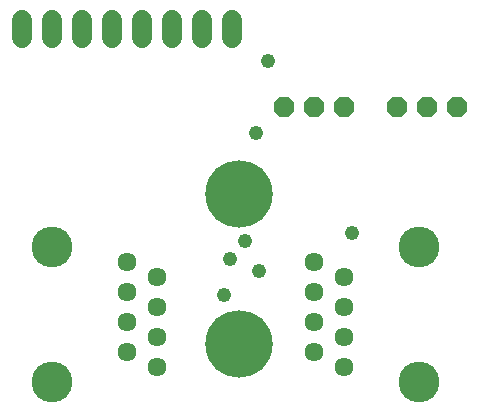
<source format=gbs>
G75*
%MOIN*%
%OFA0B0*%
%FSLAX24Y24*%
%IPPOS*%
%LPD*%
%AMOC8*
5,1,8,0,0,1.08239X$1,22.5*
%
%ADD10C,0.0634*%
%ADD11C,0.1360*%
%ADD12C,0.0680*%
%ADD13OC8,0.0674*%
%ADD14C,0.0480*%
%ADD15C,0.2245*%
D10*
X004704Y001930D03*
X005704Y002430D03*
X004704Y002930D03*
X005704Y003430D03*
X004704Y003930D03*
X005704Y004430D03*
X004704Y004930D03*
X010954Y004930D03*
X011954Y004430D03*
X010954Y003930D03*
X011954Y003430D03*
X010954Y002930D03*
X011954Y002430D03*
X010954Y001930D03*
X011954Y001430D03*
X005704Y001430D03*
D11*
X002204Y000930D03*
X002204Y005430D03*
X014454Y005430D03*
X014454Y000930D03*
D12*
X008204Y012380D02*
X008204Y012980D01*
X007204Y012980D02*
X007204Y012380D01*
X006204Y012380D02*
X006204Y012980D01*
X005204Y012980D02*
X005204Y012380D01*
X004204Y012380D02*
X004204Y012980D01*
X003204Y012980D02*
X003204Y012380D01*
X002204Y012380D02*
X002204Y012980D01*
X001204Y012980D02*
X001204Y012380D01*
D13*
X009954Y010080D03*
X010954Y010080D03*
X011954Y010080D03*
X013704Y010080D03*
X014704Y010080D03*
X015704Y010080D03*
D14*
X009404Y011630D03*
X009004Y009230D03*
X012204Y005880D03*
X009104Y004630D03*
X008154Y005030D03*
X008654Y005630D03*
X007954Y003830D03*
D15*
X008454Y002180D03*
X008454Y007180D03*
M02*

</source>
